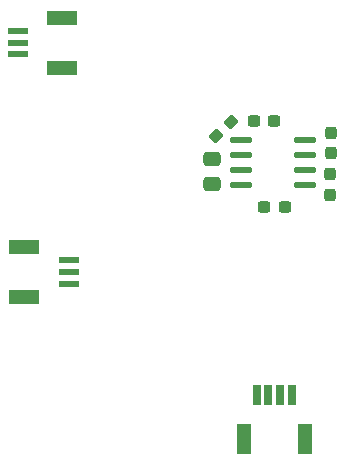
<source format=gbr>
%TF.GenerationSoftware,KiCad,Pcbnew,7.0.5*%
%TF.CreationDate,2024-01-14T19:57:34+08:00*%
%TF.ProjectId,encoder,656e636f-6465-4722-9e6b-696361645f70,rev?*%
%TF.SameCoordinates,Original*%
%TF.FileFunction,Paste,Top*%
%TF.FilePolarity,Positive*%
%FSLAX46Y46*%
G04 Gerber Fmt 4.6, Leading zero omitted, Abs format (unit mm)*
G04 Created by KiCad (PCBNEW 7.0.5) date 2024-01-14 19:57:34*
%MOMM*%
%LPD*%
G01*
G04 APERTURE LIST*
G04 Aperture macros list*
%AMRoundRect*
0 Rectangle with rounded corners*
0 $1 Rounding radius*
0 $2 $3 $4 $5 $6 $7 $8 $9 X,Y pos of 4 corners*
0 Add a 4 corners polygon primitive as box body*
4,1,4,$2,$3,$4,$5,$6,$7,$8,$9,$2,$3,0*
0 Add four circle primitives for the rounded corners*
1,1,$1+$1,$2,$3*
1,1,$1+$1,$4,$5*
1,1,$1+$1,$6,$7*
1,1,$1+$1,$8,$9*
0 Add four rect primitives between the rounded corners*
20,1,$1+$1,$2,$3,$4,$5,0*
20,1,$1+$1,$4,$5,$6,$7,0*
20,1,$1+$1,$6,$7,$8,$9,0*
20,1,$1+$1,$8,$9,$2,$3,0*%
G04 Aperture macros list end*
%ADD10RoundRect,0.237500X0.300000X0.237500X-0.300000X0.237500X-0.300000X-0.237500X0.300000X-0.237500X0*%
%ADD11R,1.710000X0.600000*%
%ADD12R,2.550000X1.200000*%
%ADD13RoundRect,0.237500X-0.237500X0.300000X-0.237500X-0.300000X0.237500X-0.300000X0.237500X0.300000X0*%
%ADD14RoundRect,0.237500X0.044194X0.380070X-0.380070X-0.044194X-0.044194X-0.380070X0.380070X0.044194X0*%
%ADD15RoundRect,0.237500X0.237500X-0.300000X0.237500X0.300000X-0.237500X0.300000X-0.237500X-0.300000X0*%
%ADD16RoundRect,0.250000X-0.475000X0.337500X-0.475000X-0.337500X0.475000X-0.337500X0.475000X0.337500X0*%
%ADD17R,0.700000X1.750000*%
%ADD18R,1.200000X2.550000*%
%ADD19RoundRect,0.237500X-0.300000X-0.237500X0.300000X-0.237500X0.300000X0.237500X-0.300000X0.237500X0*%
%ADD20O,1.950000X0.568000*%
G04 APERTURE END LIST*
D10*
%TO.C,R1*%
X141762500Y-77400000D03*
X140037500Y-77400000D03*
%TD*%
D11*
%TO.C,J6*%
X119220000Y-64500000D03*
X119220000Y-63500000D03*
X119220000Y-62500000D03*
D12*
X122960000Y-61390000D03*
X122960000Y-65610000D03*
%TD*%
D13*
%TO.C,R2*%
X145700000Y-71137500D03*
X145700000Y-72862500D03*
%TD*%
D11*
%TO.C,J5*%
X123480000Y-81900000D03*
X123480000Y-82900000D03*
X123480000Y-83900000D03*
D12*
X119740000Y-85010000D03*
X119740000Y-80790000D03*
%TD*%
D14*
%TO.C,R4*%
X137209880Y-70190120D03*
X135990120Y-71409880D03*
%TD*%
D15*
%TO.C,R3*%
X145600000Y-76362500D03*
X145600000Y-74637500D03*
%TD*%
D16*
%TO.C,C2*%
X135600000Y-73362500D03*
X135600000Y-75437500D03*
%TD*%
D17*
%TO.C,J4*%
X139400000Y-93309500D03*
X140400000Y-93309500D03*
X141400000Y-93309500D03*
X142400000Y-93309500D03*
D18*
X138290000Y-97049500D03*
X143510000Y-97049500D03*
%TD*%
D19*
%TO.C,C1*%
X139137500Y-70100000D03*
X140862500Y-70100000D03*
%TD*%
D20*
%TO.C,U2*%
X138100000Y-71760000D03*
X138100000Y-73030000D03*
X138100000Y-74300000D03*
X138100000Y-75570000D03*
X143510000Y-75570000D03*
X143510000Y-74300000D03*
X143510000Y-73030000D03*
X143510000Y-71760000D03*
%TD*%
M02*

</source>
